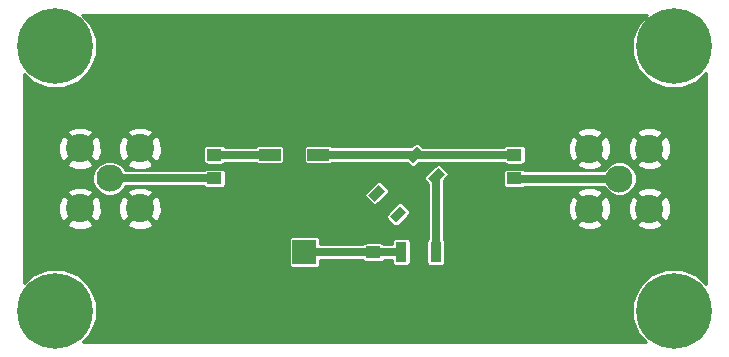
<source format=gbr>
G04 Kicad Test File*
%FSLAX46Y46*%
%MOMM*%
%ADD10C,0.350000*%
%ADD11R,2.032000X2.032000*%
%ADD12O,2.032000X2.032000*%
%ADD13C,0.600000*%
%ADD14C,6.400000*%
%ADD15C,2.400000*%
%ADD16C,2.300000*%
%ADD17R,1.250000X1.000000*%
%ADD18R,0.900000X1.700000*%
%ADD19R,1.828800X1.016000*%
%ADD20R,1.016000X1.828800*%
%ADD21C,0.714000*%
%ADD22C,0.254000*%
%ADD23C,0.300000*%
G01*
D10*
D11*
X114920000Y-111223000D03*
D12*
X114920000Y-113763000D03*
D13*
X140000000Y-115000000D03*
X135000000Y-115000000D03*
X130000000Y-115000000D03*
X125000000Y-115000000D03*
X120000000Y-115000000D03*
X110000000Y-115000000D03*
X105000000Y-115000000D03*
X100000000Y-115000000D03*
X145000000Y-110000000D03*
X140000000Y-110000000D03*
X135000000Y-110000000D03*
X130000000Y-110000000D03*
X125000000Y-110000000D03*
X120000000Y-110000000D03*
X110000000Y-110000000D03*
X105000000Y-110000000D03*
X100000000Y-110000000D03*
X95000000Y-110000000D03*
X130000000Y-105000000D03*
X120000000Y-105000000D03*
X110000000Y-105000000D03*
X145000000Y-100000000D03*
X140000000Y-100000000D03*
X135000000Y-100000000D03*
X130000000Y-100000000D03*
X125000000Y-100000000D03*
X120000000Y-100000000D03*
X110000000Y-100000000D03*
X105000000Y-100000000D03*
X100000000Y-100000000D03*
X95000000Y-100000000D03*
X140000000Y-95000000D03*
X135000000Y-95000000D03*
X130000000Y-95000000D03*
X125000000Y-95000000D03*
X120000000Y-95000000D03*
X115000000Y-95000000D03*
X110000000Y-95000000D03*
X105000000Y-95000000D03*
X100000000Y-95000000D03*
X135240000Y-105889000D03*
X137399000Y-105889000D03*
X137399000Y-104111000D03*
X135240000Y-104111000D03*
X127620000Y-103857000D03*
X130160000Y-103857000D03*
X132700000Y-106016000D03*
X132700000Y-101952000D03*
X130160000Y-102079000D03*
X127620000Y-102079000D03*
X125080000Y-102079000D03*
X125080000Y-103857000D03*
X122540000Y-103857000D03*
X120000000Y-103857000D03*
X122540000Y-102079000D03*
X120000000Y-102079000D03*
X117460000Y-103857000D03*
X117460000Y-102079000D03*
X109840000Y-103857000D03*
X109840000Y-102079000D03*
X108316000Y-103984000D03*
X107300000Y-101825000D03*
X106284000Y-103984000D03*
X107300000Y-106016000D03*
X104760000Y-105889000D03*
X104760000Y-104111000D03*
X112634000Y-106524000D03*
X112634000Y-105000000D03*
X115428000Y-105000000D03*
X115428000Y-106524000D03*
X114031000Y-106524000D03*
X115428000Y-99412000D03*
X115428000Y-100936000D03*
X112634000Y-100936000D03*
X112634000Y-99412000D03*
X114031000Y-99412000D03*
X102220000Y-104111000D03*
X102220000Y-105889000D03*
D14*
X93810000Y-93810000D03*
X93810000Y-116190000D03*
X146190000Y-116190000D03*
X146190000Y-93810000D03*
D15*
X139050000Y-102460000D03*
X144130000Y-102460000D03*
X139050000Y-107540000D03*
X144130000Y-107540000D03*
D16*
X141590000Y-105000000D03*
D15*
X95898000Y-102446000D03*
X100978000Y-102446000D03*
X95898000Y-107526000D03*
X100978000Y-107526000D03*
D16*
X98438000Y-104986000D03*
D17*
X107300000Y-102984000D03*
X107300000Y-104984000D03*
X132700000Y-104984000D03*
X132700000Y-102984000D03*
X120762000Y-111239000D03*
X120762000Y-113239000D03*
D10*
G36*
X123556000Y-103173133D02*
X124454025Y-102275108D01*
X124992840Y-102813923D01*
X124094815Y-103711948D01*
X123556000Y-103173133D01*
X123556000Y-103173133D01*
G37*
G36*
X120323108Y-106406025D02*
X121221133Y-105508000D01*
X121759948Y-106046815D01*
X120861923Y-106944840D01*
X120323108Y-106406025D01*
X120323108Y-106406025D01*
G37*
G36*
X125352052Y-104969185D02*
X126250077Y-104071160D01*
X126788892Y-104609975D01*
X125890867Y-105508000D01*
X125352052Y-104969185D01*
X125352052Y-104969185D01*
G37*
G36*
X122119160Y-108202077D02*
X123017185Y-107304052D01*
X123556000Y-107842867D01*
X122657975Y-108740892D01*
X122119160Y-108202077D01*
X122119160Y-108202077D01*
G37*
D18*
X123122000Y-111223000D03*
X126022000Y-111223000D03*
D19*
X111960900Y-102968000D03*
D20*
X114031000Y-105038100D03*
D19*
X116101100Y-102968000D03*
D20*
X114031000Y-100897900D03*
D21*
X107300000Y-102984000D02*
X111944900Y-102984000D01*
X111944900Y-102984000D02*
X111960900Y-102968000D01*
X98438000Y-104986000D02*
X107298000Y-104986000D01*
X107298000Y-104986000D02*
X107300000Y-104984000D01*
X141590000Y-105000000D02*
X132716000Y-105000000D01*
X132716000Y-105000000D02*
X132700000Y-104984000D01*
X132700000Y-102984000D02*
X124283948Y-102984000D01*
X124283948Y-102984000D02*
X124274420Y-102993528D01*
X116101100Y-102968000D02*
X124248892Y-102968000D01*
X124248892Y-102968000D02*
X124274420Y-102993528D01*
X123122000Y-111223000D02*
X120778000Y-111223000D01*
X120778000Y-111223000D02*
X120762000Y-111239000D01*
X114920000Y-111223000D02*
X120746000Y-111223000D01*
X120746000Y-111223000D02*
X120762000Y-111239000D01*
X126022000Y-111223000D02*
X126022000Y-104838052D01*
X126022000Y-104838052D02*
X126070472Y-104789580D01*
D22*
G36*
X143201698Y-91809506D02*
X142663614Y-93105358D01*
X142662389Y-94508486D01*
X143198211Y-95805275D01*
X144189506Y-96798302D01*
X145485358Y-97336386D01*
X146888486Y-97337611D01*
X148185275Y-96801789D01*
X148901000Y-96087312D01*
X148901000Y-113913445D01*
X148190494Y-113201698D01*
X146894642Y-112663614D01*
X145491514Y-112662389D01*
X144194725Y-113198211D01*
X143201698Y-114189506D01*
X142663614Y-115485358D01*
X142662389Y-116888486D01*
X143198211Y-118185275D01*
X143870761Y-118859000D01*
X96128628Y-118859000D01*
X96798302Y-118190494D01*
X97336386Y-116894642D01*
X97337611Y-115491514D01*
X96801789Y-114194725D01*
X95810494Y-113201698D01*
X94514642Y-112663614D01*
X93111514Y-112662389D01*
X91814725Y-113198211D01*
X91155000Y-113856785D01*
X91155000Y-110207000D01*
X113570594Y-110207000D01*
X113570594Y-112239000D01*
X113593395Y-112360179D01*
X113665012Y-112471474D01*
X113774286Y-112546138D01*
X113904000Y-112572406D01*
X115936000Y-112572406D01*
X116057179Y-112549605D01*
X116168474Y-112477988D01*
X116243138Y-112368714D01*
X116269406Y-112239000D01*
X116269406Y-111907000D01*
X119856524Y-111907000D01*
X119898012Y-111971474D01*
X120007286Y-112046138D01*
X120137000Y-112072406D01*
X121387000Y-112072406D01*
X121508179Y-112049605D01*
X121619474Y-111977988D01*
X121667978Y-111907000D01*
X122338594Y-111907000D01*
X122338594Y-112073000D01*
X122361395Y-112194179D01*
X122433012Y-112305474D01*
X122542286Y-112380138D01*
X122672000Y-112406406D01*
X123572000Y-112406406D01*
X123693179Y-112383605D01*
X123804474Y-112311988D01*
X123879138Y-112202714D01*
X123905406Y-112073000D01*
X123905406Y-110373000D01*
X123882605Y-110251821D01*
X123810988Y-110140526D01*
X123701714Y-110065862D01*
X123572000Y-110039594D01*
X122672000Y-110039594D01*
X122550821Y-110062395D01*
X122439526Y-110134012D01*
X122364862Y-110243286D01*
X122338594Y-110373000D01*
X122338594Y-110539000D01*
X121646885Y-110539000D01*
X121625988Y-110506526D01*
X121516714Y-110431862D01*
X121387000Y-110405594D01*
X120137000Y-110405594D01*
X120015821Y-110428395D01*
X119904526Y-110500012D01*
X119877887Y-110539000D01*
X116269406Y-110539000D01*
X116269406Y-110207000D01*
X116246605Y-110085821D01*
X116174988Y-109974526D01*
X116065714Y-109899862D01*
X115936000Y-109873594D01*
X113904000Y-109873594D01*
X113782821Y-109896395D01*
X113671526Y-109968012D01*
X113596862Y-110077286D01*
X113570594Y-110207000D01*
X91155000Y-110207000D01*
X91155000Y-108823175D01*
X94780430Y-108823175D01*
X94903565Y-109110788D01*
X95585734Y-109370707D01*
X96315443Y-109349786D01*
X96892435Y-109110788D01*
X97015570Y-108823175D01*
X99860430Y-108823175D01*
X99983565Y-109110788D01*
X100665734Y-109370707D01*
X101395443Y-109349786D01*
X101972435Y-109110788D01*
X102095570Y-108823175D01*
X100978000Y-107705605D01*
X99860430Y-108823175D01*
X97015570Y-108823175D01*
X95898000Y-107705605D01*
X94780430Y-108823175D01*
X91155000Y-108823175D01*
X91155000Y-107213734D01*
X94053293Y-107213734D01*
X94074214Y-107943443D01*
X94313212Y-108520435D01*
X94600825Y-108643570D01*
X95718395Y-107526000D01*
X96077605Y-107526000D01*
X97195175Y-108643570D01*
X97482788Y-108520435D01*
X97742707Y-107838266D01*
X97724802Y-107213734D01*
X99133293Y-107213734D01*
X99154214Y-107943443D01*
X99393212Y-108520435D01*
X99680825Y-108643570D01*
X100798395Y-107526000D01*
X101157605Y-107526000D01*
X102275175Y-108643570D01*
X102562788Y-108520435D01*
X102685843Y-108197471D01*
X121785786Y-108197471D01*
X121810259Y-108327535D01*
X121883406Y-108437831D01*
X122422221Y-108976646D01*
X122524031Y-109046209D01*
X122653369Y-109074266D01*
X122783433Y-109049793D01*
X122893729Y-108976646D01*
X123791754Y-108078621D01*
X123861317Y-107976811D01*
X123889374Y-107847473D01*
X123864901Y-107717409D01*
X123791754Y-107607113D01*
X123252939Y-107068298D01*
X123151129Y-106998735D01*
X123021791Y-106970678D01*
X122891727Y-106995151D01*
X122781431Y-107068298D01*
X121883406Y-107966323D01*
X121813843Y-108068133D01*
X121785786Y-108197471D01*
X102685843Y-108197471D01*
X102822707Y-107838266D01*
X102801786Y-107108557D01*
X102562788Y-106531565D01*
X102275175Y-106408430D01*
X101157605Y-107526000D01*
X100798395Y-107526000D01*
X99680825Y-106408430D01*
X99393212Y-106531565D01*
X99133293Y-107213734D01*
X97724802Y-107213734D01*
X97721786Y-107108557D01*
X97482788Y-106531565D01*
X97195175Y-106408430D01*
X96077605Y-107526000D01*
X95718395Y-107526000D01*
X94600825Y-106408430D01*
X94313212Y-106531565D01*
X94053293Y-107213734D01*
X91155000Y-107213734D01*
X91155000Y-106228825D01*
X94780430Y-106228825D01*
X95898000Y-107346395D01*
X97015570Y-106228825D01*
X96892435Y-105941212D01*
X96210266Y-105681293D01*
X95480557Y-105702214D01*
X94903565Y-105941212D01*
X94780430Y-106228825D01*
X91155000Y-106228825D01*
X91155000Y-105278505D01*
X96960744Y-105278505D01*
X97185130Y-105821560D01*
X97600254Y-106237409D01*
X98142918Y-106462743D01*
X98730505Y-106463256D01*
X99273560Y-106238870D01*
X99283622Y-106228825D01*
X99860430Y-106228825D01*
X100978000Y-107346395D01*
X101922976Y-106401419D01*
X119989734Y-106401419D01*
X120014207Y-106531483D01*
X120087354Y-106641779D01*
X120626169Y-107180594D01*
X120727979Y-107250157D01*
X120857317Y-107278214D01*
X120987381Y-107253741D01*
X121097677Y-107180594D01*
X121995702Y-106282569D01*
X122065265Y-106180759D01*
X122093322Y-106051421D01*
X122068849Y-105921357D01*
X121995702Y-105811061D01*
X121456887Y-105272246D01*
X121355077Y-105202683D01*
X121225739Y-105174626D01*
X121095675Y-105199099D01*
X120985379Y-105272246D01*
X120087354Y-106170271D01*
X120017791Y-106272081D01*
X119989734Y-106401419D01*
X101922976Y-106401419D01*
X102095570Y-106228825D01*
X101972435Y-105941212D01*
X101290266Y-105681293D01*
X100560557Y-105702214D01*
X99983565Y-105941212D01*
X99860430Y-106228825D01*
X99283622Y-106228825D01*
X99689409Y-105823746D01*
X99753250Y-105670000D01*
X106406107Y-105670000D01*
X106436012Y-105716474D01*
X106545286Y-105791138D01*
X106675000Y-105817406D01*
X107925000Y-105817406D01*
X108046179Y-105794605D01*
X108157474Y-105722988D01*
X108232138Y-105613714D01*
X108258406Y-105484000D01*
X108258406Y-104964579D01*
X125018678Y-104964579D01*
X125043151Y-105094643D01*
X125116298Y-105204939D01*
X125338000Y-105426641D01*
X125338000Y-110136245D01*
X125264862Y-110243286D01*
X125238594Y-110373000D01*
X125238594Y-112073000D01*
X125261395Y-112194179D01*
X125333012Y-112305474D01*
X125442286Y-112380138D01*
X125572000Y-112406406D01*
X126472000Y-112406406D01*
X126593179Y-112383605D01*
X126704474Y-112311988D01*
X126779138Y-112202714D01*
X126805406Y-112073000D01*
X126805406Y-110373000D01*
X126782605Y-110251821D01*
X126710988Y-110140526D01*
X126706000Y-110137118D01*
X126706000Y-108837175D01*
X137932430Y-108837175D01*
X138055565Y-109124788D01*
X138737734Y-109384707D01*
X139467443Y-109363786D01*
X140044435Y-109124788D01*
X140167570Y-108837175D01*
X143012430Y-108837175D01*
X143135565Y-109124788D01*
X143817734Y-109384707D01*
X144547443Y-109363786D01*
X145124435Y-109124788D01*
X145247570Y-108837175D01*
X144130000Y-107719605D01*
X143012430Y-108837175D01*
X140167570Y-108837175D01*
X139050000Y-107719605D01*
X137932430Y-108837175D01*
X126706000Y-108837175D01*
X126706000Y-107227734D01*
X137205293Y-107227734D01*
X137226214Y-107957443D01*
X137465212Y-108534435D01*
X137752825Y-108657570D01*
X138870395Y-107540000D01*
X139229605Y-107540000D01*
X140347175Y-108657570D01*
X140634788Y-108534435D01*
X140894707Y-107852266D01*
X140876802Y-107227734D01*
X142285293Y-107227734D01*
X142306214Y-107957443D01*
X142545212Y-108534435D01*
X142832825Y-108657570D01*
X143950395Y-107540000D01*
X144309605Y-107540000D01*
X145427175Y-108657570D01*
X145714788Y-108534435D01*
X145974707Y-107852266D01*
X145953786Y-107122557D01*
X145714788Y-106545565D01*
X145427175Y-106422430D01*
X144309605Y-107540000D01*
X143950395Y-107540000D01*
X142832825Y-106422430D01*
X142545212Y-106545565D01*
X142285293Y-107227734D01*
X140876802Y-107227734D01*
X140873786Y-107122557D01*
X140634788Y-106545565D01*
X140347175Y-106422430D01*
X139229605Y-107540000D01*
X138870395Y-107540000D01*
X137752825Y-106422430D01*
X137465212Y-106545565D01*
X137205293Y-107227734D01*
X126706000Y-107227734D01*
X126706000Y-106242825D01*
X137932430Y-106242825D01*
X139050000Y-107360395D01*
X140167570Y-106242825D01*
X140044435Y-105955212D01*
X139362266Y-105695293D01*
X138632557Y-105716214D01*
X138055565Y-105955212D01*
X137932430Y-106242825D01*
X126706000Y-106242825D01*
X126706000Y-105164375D01*
X127024646Y-104845729D01*
X127094209Y-104743919D01*
X127122266Y-104614581D01*
X127097793Y-104484517D01*
X127097451Y-104484000D01*
X131741594Y-104484000D01*
X131741594Y-105484000D01*
X131764395Y-105605179D01*
X131836012Y-105716474D01*
X131945286Y-105791138D01*
X132075000Y-105817406D01*
X133325000Y-105817406D01*
X133446179Y-105794605D01*
X133557474Y-105722988D01*
X133584113Y-105684000D01*
X140274507Y-105684000D01*
X140337130Y-105835560D01*
X140752254Y-106251409D01*
X141294918Y-106476743D01*
X141882505Y-106477256D01*
X142425560Y-106252870D01*
X142435622Y-106242825D01*
X143012430Y-106242825D01*
X144130000Y-107360395D01*
X145247570Y-106242825D01*
X145124435Y-105955212D01*
X144442266Y-105695293D01*
X143712557Y-105716214D01*
X143135565Y-105955212D01*
X143012430Y-106242825D01*
X142435622Y-106242825D01*
X142841409Y-105837746D01*
X143066743Y-105295082D01*
X143067256Y-104707495D01*
X142842870Y-104164440D01*
X142436316Y-103757175D01*
X143012430Y-103757175D01*
X143135565Y-104044788D01*
X143817734Y-104304707D01*
X144547443Y-104283786D01*
X145124435Y-104044788D01*
X145247570Y-103757175D01*
X144130000Y-102639605D01*
X143012430Y-103757175D01*
X142436316Y-103757175D01*
X142427746Y-103748591D01*
X141885082Y-103523257D01*
X141297495Y-103522744D01*
X140754440Y-103747130D01*
X140338591Y-104162254D01*
X140274750Y-104316000D01*
X133605476Y-104316000D01*
X133563988Y-104251526D01*
X133454714Y-104176862D01*
X133325000Y-104150594D01*
X132075000Y-104150594D01*
X131953821Y-104173395D01*
X131842526Y-104245012D01*
X131767862Y-104354286D01*
X131741594Y-104484000D01*
X127097451Y-104484000D01*
X127024646Y-104374221D01*
X126485831Y-103835406D01*
X126384021Y-103765843D01*
X126254683Y-103737786D01*
X126124619Y-103762259D01*
X126014323Y-103835406D01*
X125116298Y-104733431D01*
X125046735Y-104835241D01*
X125018678Y-104964579D01*
X108258406Y-104964579D01*
X108258406Y-104484000D01*
X108235605Y-104362821D01*
X108163988Y-104251526D01*
X108054714Y-104176862D01*
X107925000Y-104150594D01*
X106675000Y-104150594D01*
X106553821Y-104173395D01*
X106442526Y-104245012D01*
X106403588Y-104302000D01*
X99753493Y-104302000D01*
X99690870Y-104150440D01*
X99284316Y-103743175D01*
X99860430Y-103743175D01*
X99983565Y-104030788D01*
X100665734Y-104290707D01*
X101395443Y-104269786D01*
X101972435Y-104030788D01*
X102095570Y-103743175D01*
X100978000Y-102625605D01*
X99860430Y-103743175D01*
X99284316Y-103743175D01*
X99275746Y-103734591D01*
X98733082Y-103509257D01*
X98145495Y-103508744D01*
X97602440Y-103733130D01*
X97186591Y-104148254D01*
X96961257Y-104690918D01*
X96960744Y-105278505D01*
X91155000Y-105278505D01*
X91155000Y-103743175D01*
X94780430Y-103743175D01*
X94903565Y-104030788D01*
X95585734Y-104290707D01*
X96315443Y-104269786D01*
X96892435Y-104030788D01*
X97015570Y-103743175D01*
X95898000Y-102625605D01*
X94780430Y-103743175D01*
X91155000Y-103743175D01*
X91155000Y-102133734D01*
X94053293Y-102133734D01*
X94074214Y-102863443D01*
X94313212Y-103440435D01*
X94600825Y-103563570D01*
X95718395Y-102446000D01*
X96077605Y-102446000D01*
X97195175Y-103563570D01*
X97482788Y-103440435D01*
X97742707Y-102758266D01*
X97724802Y-102133734D01*
X99133293Y-102133734D01*
X99154214Y-102863443D01*
X99393212Y-103440435D01*
X99680825Y-103563570D01*
X100798395Y-102446000D01*
X101157605Y-102446000D01*
X102275175Y-103563570D01*
X102562788Y-103440435D01*
X102822707Y-102758266D01*
X102814844Y-102484000D01*
X106341594Y-102484000D01*
X106341594Y-103484000D01*
X106364395Y-103605179D01*
X106436012Y-103716474D01*
X106545286Y-103791138D01*
X106675000Y-103817406D01*
X107925000Y-103817406D01*
X108046179Y-103794605D01*
X108157474Y-103722988D01*
X108195046Y-103668000D01*
X110781467Y-103668000D01*
X110807512Y-103708474D01*
X110916786Y-103783138D01*
X111046500Y-103809406D01*
X112875300Y-103809406D01*
X112996479Y-103786605D01*
X113107774Y-103714988D01*
X113182438Y-103605714D01*
X113208706Y-103476000D01*
X113208706Y-102460000D01*
X114853294Y-102460000D01*
X114853294Y-103476000D01*
X114876095Y-103597179D01*
X114947712Y-103708474D01*
X115056986Y-103783138D01*
X115186700Y-103809406D01*
X117015500Y-103809406D01*
X117136679Y-103786605D01*
X117247974Y-103714988D01*
X117291012Y-103652000D01*
X123563359Y-103652000D01*
X123859061Y-103947702D01*
X123960871Y-104017265D01*
X124090209Y-104045322D01*
X124220273Y-104020849D01*
X124330569Y-103947702D01*
X124610271Y-103668000D01*
X131804820Y-103668000D01*
X131836012Y-103716474D01*
X131945286Y-103791138D01*
X132075000Y-103817406D01*
X133325000Y-103817406D01*
X133446179Y-103794605D01*
X133504346Y-103757175D01*
X137932430Y-103757175D01*
X138055565Y-104044788D01*
X138737734Y-104304707D01*
X139467443Y-104283786D01*
X140044435Y-104044788D01*
X140167570Y-103757175D01*
X139050000Y-102639605D01*
X137932430Y-103757175D01*
X133504346Y-103757175D01*
X133557474Y-103722988D01*
X133632138Y-103613714D01*
X133658406Y-103484000D01*
X133658406Y-102484000D01*
X133635605Y-102362821D01*
X133563988Y-102251526D01*
X133454714Y-102176862D01*
X133325000Y-102150594D01*
X132075000Y-102150594D01*
X131953821Y-102173395D01*
X131842526Y-102245012D01*
X131804954Y-102300000D01*
X124950425Y-102300000D01*
X124798159Y-102147734D01*
X137205293Y-102147734D01*
X137226214Y-102877443D01*
X137465212Y-103454435D01*
X137752825Y-103577570D01*
X138870395Y-102460000D01*
X139229605Y-102460000D01*
X140347175Y-103577570D01*
X140634788Y-103454435D01*
X140894707Y-102772266D01*
X140876802Y-102147734D01*
X142285293Y-102147734D01*
X142306214Y-102877443D01*
X142545212Y-103454435D01*
X142832825Y-103577570D01*
X143950395Y-102460000D01*
X144309605Y-102460000D01*
X145427175Y-103577570D01*
X145714788Y-103454435D01*
X145974707Y-102772266D01*
X145953786Y-102042557D01*
X145714788Y-101465565D01*
X145427175Y-101342430D01*
X144309605Y-102460000D01*
X143950395Y-102460000D01*
X142832825Y-101342430D01*
X142545212Y-101465565D01*
X142285293Y-102147734D01*
X140876802Y-102147734D01*
X140873786Y-102042557D01*
X140634788Y-101465565D01*
X140347175Y-101342430D01*
X139229605Y-102460000D01*
X138870395Y-102460000D01*
X137752825Y-101342430D01*
X137465212Y-101465565D01*
X137205293Y-102147734D01*
X124798159Y-102147734D01*
X124689779Y-102039354D01*
X124587969Y-101969791D01*
X124458631Y-101941734D01*
X124328567Y-101966207D01*
X124218271Y-102039354D01*
X123973625Y-102284000D01*
X117290828Y-102284000D01*
X117254488Y-102227526D01*
X117145214Y-102152862D01*
X117015500Y-102126594D01*
X115186700Y-102126594D01*
X115065521Y-102149395D01*
X114954226Y-102221012D01*
X114879562Y-102330286D01*
X114853294Y-102460000D01*
X113208706Y-102460000D01*
X113185905Y-102338821D01*
X113114288Y-102227526D01*
X113005014Y-102152862D01*
X112875300Y-102126594D01*
X111046500Y-102126594D01*
X110925321Y-102149395D01*
X110814026Y-102221012D01*
X110760056Y-102300000D01*
X108195180Y-102300000D01*
X108163988Y-102251526D01*
X108054714Y-102176862D01*
X107925000Y-102150594D01*
X106675000Y-102150594D01*
X106553821Y-102173395D01*
X106442526Y-102245012D01*
X106367862Y-102354286D01*
X106341594Y-102484000D01*
X102814844Y-102484000D01*
X102801786Y-102028557D01*
X102562788Y-101451565D01*
X102275175Y-101328430D01*
X101157605Y-102446000D01*
X100798395Y-102446000D01*
X99680825Y-101328430D01*
X99393212Y-101451565D01*
X99133293Y-102133734D01*
X97724802Y-102133734D01*
X97721786Y-102028557D01*
X97482788Y-101451565D01*
X97195175Y-101328430D01*
X96077605Y-102446000D01*
X95718395Y-102446000D01*
X94600825Y-101328430D01*
X94313212Y-101451565D01*
X94053293Y-102133734D01*
X91155000Y-102133734D01*
X91155000Y-101148825D01*
X94780430Y-101148825D01*
X95898000Y-102266395D01*
X97015570Y-101148825D01*
X99860430Y-101148825D01*
X100978000Y-102266395D01*
X102081570Y-101162825D01*
X137932430Y-101162825D01*
X139050000Y-102280395D01*
X140167570Y-101162825D01*
X143012430Y-101162825D01*
X144130000Y-102280395D01*
X145247570Y-101162825D01*
X145124435Y-100875212D01*
X144442266Y-100615293D01*
X143712557Y-100636214D01*
X143135565Y-100875212D01*
X143012430Y-101162825D01*
X140167570Y-101162825D01*
X140044435Y-100875212D01*
X139362266Y-100615293D01*
X138632557Y-100636214D01*
X138055565Y-100875212D01*
X137932430Y-101162825D01*
X102081570Y-101162825D01*
X102095570Y-101148825D01*
X101972435Y-100861212D01*
X101290266Y-100601293D01*
X100560557Y-100622214D01*
X99983565Y-100861212D01*
X99860430Y-101148825D01*
X97015570Y-101148825D01*
X96892435Y-100861212D01*
X96210266Y-100601293D01*
X95480557Y-100622214D01*
X94903565Y-100861212D01*
X94780430Y-101148825D01*
X91155000Y-101148825D01*
X91155000Y-96142652D01*
X91809506Y-96798302D01*
X93105358Y-97336386D01*
X94508486Y-97337611D01*
X95805275Y-96801789D01*
X96798302Y-95810494D01*
X97336386Y-94514642D01*
X97337611Y-93111514D01*
X96801789Y-91814725D01*
X96101288Y-91113000D01*
X143899421Y-91113000D01*
X143201698Y-91809506D01*
X143201698Y-91809506D01*
G37*
X143201698Y-91809506D02*
X142663614Y-93105358D01*
X142662389Y-94508486D01*
X143198211Y-95805275D01*
X144189506Y-96798302D01*
X145485358Y-97336386D01*
X146888486Y-97337611D01*
X148185275Y-96801789D01*
X148901000Y-96087312D01*
X148901000Y-113913445D01*
X148190494Y-113201698D01*
X146894642Y-112663614D01*
X145491514Y-112662389D01*
X144194725Y-113198211D01*
X143201698Y-114189506D01*
X142663614Y-115485358D01*
X142662389Y-116888486D01*
X143198211Y-118185275D01*
X143870761Y-118859000D01*
X96128628Y-118859000D01*
X96798302Y-118190494D01*
X97336386Y-116894642D01*
X97337611Y-115491514D01*
X96801789Y-114194725D01*
X95810494Y-113201698D01*
X94514642Y-112663614D01*
X93111514Y-112662389D01*
X91814725Y-113198211D01*
X91155000Y-113856785D01*
X91155000Y-110207000D01*
X113570594Y-110207000D01*
X113570594Y-112239000D01*
X113593395Y-112360179D01*
X113665012Y-112471474D01*
X113774286Y-112546138D01*
X113904000Y-112572406D01*
X115936000Y-112572406D01*
X116057179Y-112549605D01*
X116168474Y-112477988D01*
X116243138Y-112368714D01*
X116269406Y-112239000D01*
X116269406Y-111907000D01*
X119856524Y-111907000D01*
X119898012Y-111971474D01*
X120007286Y-112046138D01*
X120137000Y-112072406D01*
X121387000Y-112072406D01*
X121508179Y-112049605D01*
X121619474Y-111977988D01*
X121667978Y-111907000D01*
X122338594Y-111907000D01*
X122338594Y-112073000D01*
X122361395Y-112194179D01*
X122433012Y-112305474D01*
X122542286Y-112380138D01*
X122672000Y-112406406D01*
X123572000Y-112406406D01*
X123693179Y-112383605D01*
X123804474Y-112311988D01*
X123879138Y-112202714D01*
X123905406Y-112073000D01*
X123905406Y-110373000D01*
X123882605Y-110251821D01*
X123810988Y-110140526D01*
X123701714Y-110065862D01*
X123572000Y-110039594D01*
X122672000Y-110039594D01*
X122550821Y-110062395D01*
X122439526Y-110134012D01*
X122364862Y-110243286D01*
X122338594Y-110373000D01*
X122338594Y-110539000D01*
X121646885Y-110539000D01*
X121625988Y-110506526D01*
X121516714Y-110431862D01*
X121387000Y-110405594D01*
X120137000Y-110405594D01*
X120015821Y-110428395D01*
X119904526Y-110500012D01*
X119877887Y-110539000D01*
X116269406Y-110539000D01*
X116269406Y-110207000D01*
X116246605Y-110085821D01*
X116174988Y-109974526D01*
X116065714Y-109899862D01*
X115936000Y-109873594D01*
X113904000Y-109873594D01*
X113782821Y-109896395D01*
X113671526Y-109968012D01*
X113596862Y-110077286D01*
X113570594Y-110207000D01*
X91155000Y-110207000D01*
X91155000Y-108823175D01*
X94780430Y-108823175D01*
X94903565Y-109110788D01*
X95585734Y-109370707D01*
X96315443Y-109349786D01*
X96892435Y-109110788D01*
X97015570Y-108823175D01*
X99860430Y-108823175D01*
X99983565Y-109110788D01*
X100665734Y-109370707D01*
X101395443Y-109349786D01*
X101972435Y-109110788D01*
X102095570Y-108823175D01*
X100978000Y-107705605D01*
X99860430Y-108823175D01*
X97015570Y-108823175D01*
X95898000Y-107705605D01*
X94780430Y-108823175D01*
X91155000Y-108823175D01*
X91155000Y-107213734D01*
X94053293Y-107213734D01*
X94074214Y-107943443D01*
X94313212Y-108520435D01*
X94600825Y-108643570D01*
X95718395Y-107526000D01*
X96077605Y-107526000D01*
X97195175Y-108643570D01*
X97482788Y-108520435D01*
X97742707Y-107838266D01*
X97724802Y-107213734D01*
X99133293Y-107213734D01*
X99154214Y-107943443D01*
X99393212Y-108520435D01*
X99680825Y-108643570D01*
X100798395Y-107526000D01*
X101157605Y-107526000D01*
X102275175Y-108643570D01*
X102562788Y-108520435D01*
X102685843Y-108197471D01*
X121785786Y-108197471D01*
X121810259Y-108327535D01*
X121883406Y-108437831D01*
X122422221Y-108976646D01*
X122524031Y-109046209D01*
X122653369Y-109074266D01*
X122783433Y-109049793D01*
X122893729Y-108976646D01*
X123791754Y-108078621D01*
X123861317Y-107976811D01*
X123889374Y-107847473D01*
X123864901Y-107717409D01*
X123791754Y-107607113D01*
X123252939Y-107068298D01*
X123151129Y-106998735D01*
X123021791Y-106970678D01*
X122891727Y-106995151D01*
X122781431Y-107068298D01*
X121883406Y-107966323D01*
X121813843Y-108068133D01*
X121785786Y-108197471D01*
X102685843Y-108197471D01*
X102822707Y-107838266D01*
X102801786Y-107108557D01*
X102562788Y-106531565D01*
X102275175Y-106408430D01*
X101157605Y-107526000D01*
X100798395Y-107526000D01*
X99680825Y-106408430D01*
X99393212Y-106531565D01*
X99133293Y-107213734D01*
X97724802Y-107213734D01*
X97721786Y-107108557D01*
X97482788Y-106531565D01*
X97195175Y-106408430D01*
X96077605Y-107526000D01*
X95718395Y-107526000D01*
X94600825Y-106408430D01*
X94313212Y-106531565D01*
X94053293Y-107213734D01*
X91155000Y-107213734D01*
X91155000Y-106228825D01*
X94780430Y-106228825D01*
X95898000Y-107346395D01*
X97015570Y-106228825D01*
X96892435Y-105941212D01*
X96210266Y-105681293D01*
X95480557Y-105702214D01*
X94903565Y-105941212D01*
X94780430Y-106228825D01*
X91155000Y-106228825D01*
X91155000Y-105278505D01*
X96960744Y-105278505D01*
X97185130Y-105821560D01*
X97600254Y-106237409D01*
X98142918Y-106462743D01*
X98730505Y-106463256D01*
X99273560Y-106238870D01*
X99283622Y-106228825D01*
X99860430Y-106228825D01*
X100978000Y-107346395D01*
X101922976Y-106401419D01*
X119989734Y-106401419D01*
X120014207Y-106531483D01*
X120087354Y-106641779D01*
X120626169Y-107180594D01*
X120727979Y-107250157D01*
X120857317Y-107278214D01*
X120987381Y-107253741D01*
X121097677Y-107180594D01*
X121995702Y-106282569D01*
X122065265Y-106180759D01*
X122093322Y-106051421D01*
X122068849Y-105921357D01*
X121995702Y-105811061D01*
X121456887Y-105272246D01*
X121355077Y-105202683D01*
X121225739Y-105174626D01*
X121095675Y-105199099D01*
X120985379Y-105272246D01*
X120087354Y-106170271D01*
X120017791Y-106272081D01*
X119989734Y-106401419D01*
X101922976Y-106401419D01*
X102095570Y-106228825D01*
X101972435Y-105941212D01*
X101290266Y-105681293D01*
X100560557Y-105702214D01*
X99983565Y-105941212D01*
X99860430Y-106228825D01*
X99283622Y-106228825D01*
X99689409Y-105823746D01*
X99753250Y-105670000D01*
X106406107Y-105670000D01*
X106436012Y-105716474D01*
X106545286Y-105791138D01*
X106675000Y-105817406D01*
X107925000Y-105817406D01*
X108046179Y-105794605D01*
X108157474Y-105722988D01*
X108232138Y-105613714D01*
X108258406Y-105484000D01*
X108258406Y-104964579D01*
X125018678Y-104964579D01*
X125043151Y-105094643D01*
X125116298Y-105204939D01*
X125338000Y-105426641D01*
X125338000Y-110136245D01*
X125264862Y-110243286D01*
X125238594Y-110373000D01*
X125238594Y-112073000D01*
X125261395Y-112194179D01*
X125333012Y-112305474D01*
X125442286Y-112380138D01*
X125572000Y-112406406D01*
X126472000Y-112406406D01*
X126593179Y-112383605D01*
X126704474Y-112311988D01*
X126779138Y-112202714D01*
X126805406Y-112073000D01*
X126805406Y-110373000D01*
X126782605Y-110251821D01*
X126710988Y-110140526D01*
X126706000Y-110137118D01*
X126706000Y-108837175D01*
X137932430Y-108837175D01*
X138055565Y-109124788D01*
X138737734Y-109384707D01*
X139467443Y-109363786D01*
X140044435Y-109124788D01*
X140167570Y-108837175D01*
X143012430Y-108837175D01*
X143135565Y-109124788D01*
X143817734Y-109384707D01*
X144547443Y-109363786D01*
X145124435Y-109124788D01*
X145247570Y-108837175D01*
X144130000Y-107719605D01*
X143012430Y-108837175D01*
X140167570Y-108837175D01*
X139050000Y-107719605D01*
X137932430Y-108837175D01*
X126706000Y-108837175D01*
X126706000Y-107227734D01*
X137205293Y-107227734D01*
X137226214Y-107957443D01*
X137465212Y-108534435D01*
X137752825Y-108657570D01*
X138870395Y-107540000D01*
X139229605Y-107540000D01*
X140347175Y-108657570D01*
X140634788Y-108534435D01*
X140894707Y-107852266D01*
X140876802Y-107227734D01*
X142285293Y-107227734D01*
X142306214Y-107957443D01*
X142545212Y-108534435D01*
X142832825Y-108657570D01*
X143950395Y-107540000D01*
X144309605Y-107540000D01*
X145427175Y-108657570D01*
X145714788Y-108534435D01*
X145974707Y-107852266D01*
X145953786Y-107122557D01*
X145714788Y-106545565D01*
X145427175Y-106422430D01*
X144309605Y-107540000D01*
X143950395Y-107540000D01*
X142832825Y-106422430D01*
X142545212Y-106545565D01*
X142285293Y-107227734D01*
X140876802Y-107227734D01*
X140873786Y-107122557D01*
X140634788Y-106545565D01*
X140347175Y-106422430D01*
X139229605Y-107540000D01*
X138870395Y-107540000D01*
X137752825Y-106422430D01*
X137465212Y-106545565D01*
X137205293Y-107227734D01*
X126706000Y-107227734D01*
X126706000Y-106242825D01*
X137932430Y-106242825D01*
X139050000Y-107360395D01*
X140167570Y-106242825D01*
X140044435Y-105955212D01*
X139362266Y-105695293D01*
X138632557Y-105716214D01*
X138055565Y-105955212D01*
X137932430Y-106242825D01*
X126706000Y-106242825D01*
X126706000Y-105164375D01*
X127024646Y-104845729D01*
X127094209Y-104743919D01*
X127122266Y-104614581D01*
X127097793Y-104484517D01*
X127097451Y-104484000D01*
X131741594Y-104484000D01*
X131741594Y-105484000D01*
X131764395Y-105605179D01*
X131836012Y-105716474D01*
X131945286Y-105791138D01*
X132075000Y-105817406D01*
X133325000Y-105817406D01*
X133446179Y-105794605D01*
X133557474Y-105722988D01*
X133584113Y-105684000D01*
X140274507Y-105684000D01*
X140337130Y-105835560D01*
X140752254Y-106251409D01*
X141294918Y-106476743D01*
X141882505Y-106477256D01*
X142425560Y-106252870D01*
X142435622Y-106242825D01*
X143012430Y-106242825D01*
X144130000Y-107360395D01*
X145247570Y-106242825D01*
X145124435Y-105955212D01*
X144442266Y-105695293D01*
X143712557Y-105716214D01*
X143135565Y-105955212D01*
X143012430Y-106242825D01*
X142435622Y-106242825D01*
X142841409Y-105837746D01*
X143066743Y-105295082D01*
X143067256Y-104707495D01*
X142842870Y-104164440D01*
X142436316Y-103757175D01*
X143012430Y-103757175D01*
X143135565Y-104044788D01*
X143817734Y-104304707D01*
X144547443Y-104283786D01*
X145124435Y-104044788D01*
X145247570Y-103757175D01*
X144130000Y-102639605D01*
X143012430Y-103757175D01*
X142436316Y-103757175D01*
X142427746Y-103748591D01*
X141885082Y-103523257D01*
X141297495Y-103522744D01*
X140754440Y-103747130D01*
X140338591Y-104162254D01*
X140274750Y-104316000D01*
X133605476Y-104316000D01*
X133563988Y-104251526D01*
X133454714Y-104176862D01*
X133325000Y-104150594D01*
X132075000Y-104150594D01*
X131953821Y-104173395D01*
X131842526Y-104245012D01*
X131767862Y-104354286D01*
X131741594Y-104484000D01*
X127097451Y-104484000D01*
X127024646Y-104374221D01*
X126485831Y-103835406D01*
X126384021Y-103765843D01*
X126254683Y-103737786D01*
X126124619Y-103762259D01*
X126014323Y-103835406D01*
X125116298Y-104733431D01*
X125046735Y-104835241D01*
X125018678Y-104964579D01*
X108258406Y-104964579D01*
X108258406Y-104484000D01*
X108235605Y-104362821D01*
X108163988Y-104251526D01*
X108054714Y-104176862D01*
X107925000Y-104150594D01*
X106675000Y-104150594D01*
X106553821Y-104173395D01*
X106442526Y-104245012D01*
X106403588Y-104302000D01*
X99753493Y-104302000D01*
X99690870Y-104150440D01*
X99284316Y-103743175D01*
X99860430Y-103743175D01*
X99983565Y-104030788D01*
X100665734Y-104290707D01*
X101395443Y-104269786D01*
X101972435Y-104030788D01*
X102095570Y-103743175D01*
X100978000Y-102625605D01*
X99860430Y-103743175D01*
X99284316Y-103743175D01*
X99275746Y-103734591D01*
X98733082Y-103509257D01*
X98145495Y-103508744D01*
X97602440Y-103733130D01*
X97186591Y-104148254D01*
X96961257Y-104690918D01*
X96960744Y-105278505D01*
X91155000Y-105278505D01*
X91155000Y-103743175D01*
X94780430Y-103743175D01*
X94903565Y-104030788D01*
X95585734Y-104290707D01*
X96315443Y-104269786D01*
X96892435Y-104030788D01*
X97015570Y-103743175D01*
X95898000Y-102625605D01*
X94780430Y-103743175D01*
X91155000Y-103743175D01*
X91155000Y-102133734D01*
X94053293Y-102133734D01*
X94074214Y-102863443D01*
X94313212Y-103440435D01*
X94600825Y-103563570D01*
X95718395Y-102446000D01*
X96077605Y-102446000D01*
X97195175Y-103563570D01*
X97482788Y-103440435D01*
X97742707Y-102758266D01*
X97724802Y-102133734D01*
X99133293Y-102133734D01*
X99154214Y-102863443D01*
X99393212Y-103440435D01*
X99680825Y-103563570D01*
X100798395Y-102446000D01*
X101157605Y-102446000D01*
X102275175Y-103563570D01*
X102562788Y-103440435D01*
X102822707Y-102758266D01*
X102814844Y-102484000D01*
X106341594Y-102484000D01*
X106341594Y-103484000D01*
X106364395Y-103605179D01*
X106436012Y-103716474D01*
X106545286Y-103791138D01*
X106675000Y-103817406D01*
X107925000Y-103817406D01*
X108046179Y-103794605D01*
X108157474Y-103722988D01*
X108195046Y-103668000D01*
X110781467Y-103668000D01*
X110807512Y-103708474D01*
X110916786Y-103783138D01*
X111046500Y-103809406D01*
X112875300Y-103809406D01*
X112996479Y-103786605D01*
X113107774Y-103714988D01*
X113182438Y-103605714D01*
X113208706Y-103476000D01*
X113208706Y-102460000D01*
X114853294Y-102460000D01*
X114853294Y-103476000D01*
X114876095Y-103597179D01*
X114947712Y-103708474D01*
X115056986Y-103783138D01*
X115186700Y-103809406D01*
X117015500Y-103809406D01*
X117136679Y-103786605D01*
X117247974Y-103714988D01*
X117291012Y-103652000D01*
X123563359Y-103652000D01*
X123859061Y-103947702D01*
X123960871Y-104017265D01*
X124090209Y-104045322D01*
X124220273Y-104020849D01*
X124330569Y-103947702D01*
X124610271Y-103668000D01*
X131804820Y-103668000D01*
X131836012Y-103716474D01*
X131945286Y-103791138D01*
X132075000Y-103817406D01*
X133325000Y-103817406D01*
X133446179Y-103794605D01*
X133504346Y-103757175D01*
X137932430Y-103757175D01*
X138055565Y-104044788D01*
X138737734Y-104304707D01*
X139467443Y-104283786D01*
X140044435Y-104044788D01*
X140167570Y-103757175D01*
X139050000Y-102639605D01*
X137932430Y-103757175D01*
X133504346Y-103757175D01*
X133557474Y-103722988D01*
X133632138Y-103613714D01*
X133658406Y-103484000D01*
X133658406Y-102484000D01*
X133635605Y-102362821D01*
X133563988Y-102251526D01*
X133454714Y-102176862D01*
X133325000Y-102150594D01*
X132075000Y-102150594D01*
X131953821Y-102173395D01*
X131842526Y-102245012D01*
X131804954Y-102300000D01*
X124950425Y-102300000D01*
X124798159Y-102147734D01*
X137205293Y-102147734D01*
X137226214Y-102877443D01*
X137465212Y-103454435D01*
X137752825Y-103577570D01*
X138870395Y-102460000D01*
X139229605Y-102460000D01*
X140347175Y-103577570D01*
X140634788Y-103454435D01*
X140894707Y-102772266D01*
X140876802Y-102147734D01*
X142285293Y-102147734D01*
X142306214Y-102877443D01*
X142545212Y-103454435D01*
X142832825Y-103577570D01*
X143950395Y-102460000D01*
X144309605Y-102460000D01*
X145427175Y-103577570D01*
X145714788Y-103454435D01*
X145974707Y-102772266D01*
X145953786Y-102042557D01*
X145714788Y-101465565D01*
X145427175Y-101342430D01*
X144309605Y-102460000D01*
X143950395Y-102460000D01*
X142832825Y-101342430D01*
X142545212Y-101465565D01*
X142285293Y-102147734D01*
X140876802Y-102147734D01*
X140873786Y-102042557D01*
X140634788Y-101465565D01*
X140347175Y-101342430D01*
X139229605Y-102460000D01*
X138870395Y-102460000D01*
X137752825Y-101342430D01*
X137465212Y-101465565D01*
X137205293Y-102147734D01*
X124798159Y-102147734D01*
X124689779Y-102039354D01*
X124587969Y-101969791D01*
X124458631Y-101941734D01*
X124328567Y-101966207D01*
X124218271Y-102039354D01*
X123973625Y-102284000D01*
X117290828Y-102284000D01*
X117254488Y-102227526D01*
X117145214Y-102152862D01*
X117015500Y-102126594D01*
X115186700Y-102126594D01*
X115065521Y-102149395D01*
X114954226Y-102221012D01*
X114879562Y-102330286D01*
X114853294Y-102460000D01*
X113208706Y-102460000D01*
X113185905Y-102338821D01*
X113114288Y-102227526D01*
X113005014Y-102152862D01*
X112875300Y-102126594D01*
X111046500Y-102126594D01*
X110925321Y-102149395D01*
X110814026Y-102221012D01*
X110760056Y-102300000D01*
X108195180Y-102300000D01*
X108163988Y-102251526D01*
X108054714Y-102176862D01*
X107925000Y-102150594D01*
X106675000Y-102150594D01*
X106553821Y-102173395D01*
X106442526Y-102245012D01*
X106367862Y-102354286D01*
X106341594Y-102484000D01*
X102814844Y-102484000D01*
X102801786Y-102028557D01*
X102562788Y-101451565D01*
X102275175Y-101328430D01*
X101157605Y-102446000D01*
X100798395Y-102446000D01*
X99680825Y-101328430D01*
X99393212Y-101451565D01*
X99133293Y-102133734D01*
X97724802Y-102133734D01*
X97721786Y-102028557D01*
X97482788Y-101451565D01*
X97195175Y-101328430D01*
X96077605Y-102446000D01*
X95718395Y-102446000D01*
X94600825Y-101328430D01*
X94313212Y-101451565D01*
X94053293Y-102133734D01*
X91155000Y-102133734D01*
X91155000Y-101148825D01*
X94780430Y-101148825D01*
X95898000Y-102266395D01*
X97015570Y-101148825D01*
X99860430Y-101148825D01*
X100978000Y-102266395D01*
X102081570Y-101162825D01*
X137932430Y-101162825D01*
X139050000Y-102280395D01*
X140167570Y-101162825D01*
X143012430Y-101162825D01*
X144130000Y-102280395D01*
X145247570Y-101162825D01*
X145124435Y-100875212D01*
X144442266Y-100615293D01*
X143712557Y-100636214D01*
X143135565Y-100875212D01*
X143012430Y-101162825D01*
X140167570Y-101162825D01*
X140044435Y-100875212D01*
X139362266Y-100615293D01*
X138632557Y-100636214D01*
X138055565Y-100875212D01*
X137932430Y-101162825D01*
X102081570Y-101162825D01*
X102095570Y-101148825D01*
X101972435Y-100861212D01*
X101290266Y-100601293D01*
X100560557Y-100622214D01*
X99983565Y-100861212D01*
X99860430Y-101148825D01*
X97015570Y-101148825D01*
X96892435Y-100861212D01*
X96210266Y-100601293D01*
X95480557Y-100622214D01*
X94903565Y-100861212D01*
X94780430Y-101148825D01*
X91155000Y-101148825D01*
X91155000Y-96142652D01*
X91809506Y-96798302D01*
X93105358Y-97336386D01*
X94508486Y-97337611D01*
X95805275Y-96801789D01*
X96798302Y-95810494D01*
X97336386Y-94514642D01*
X97337611Y-93111514D01*
X96801789Y-91814725D01*
X96101288Y-91113000D01*
X143899421Y-91113000D01*
X143201698Y-91809506D01*
D10*
X114920000Y-111223000D03*
X114920000Y-113763000D03*
D23*
X140000000Y-115000000D03*
X135000000Y-115000000D03*
X130000000Y-115000000D03*
X125000000Y-115000000D03*
X120000000Y-115000000D03*
X110000000Y-115000000D03*
X105000000Y-115000000D03*
X100000000Y-115000000D03*
X145000000Y-110000000D03*
X140000000Y-110000000D03*
X135000000Y-110000000D03*
X130000000Y-110000000D03*
X125000000Y-110000000D03*
X120000000Y-110000000D03*
X110000000Y-110000000D03*
X105000000Y-110000000D03*
X100000000Y-110000000D03*
X95000000Y-110000000D03*
X130000000Y-105000000D03*
X120000000Y-105000000D03*
X110000000Y-105000000D03*
X145000000Y-100000000D03*
X140000000Y-100000000D03*
X135000000Y-100000000D03*
X130000000Y-100000000D03*
X125000000Y-100000000D03*
X120000000Y-100000000D03*
X110000000Y-100000000D03*
X105000000Y-100000000D03*
X100000000Y-100000000D03*
X95000000Y-100000000D03*
X140000000Y-95000000D03*
X135000000Y-95000000D03*
X130000000Y-95000000D03*
X125000000Y-95000000D03*
X120000000Y-95000000D03*
X115000000Y-95000000D03*
X110000000Y-95000000D03*
X105000000Y-95000000D03*
X100000000Y-95000000D03*
X135240000Y-105889000D03*
X137399000Y-105889000D03*
X137399000Y-104111000D03*
X135240000Y-104111000D03*
X127620000Y-103857000D03*
X130160000Y-103857000D03*
X132700000Y-106016000D03*
X132700000Y-101952000D03*
X130160000Y-102079000D03*
X127620000Y-102079000D03*
X125080000Y-102079000D03*
X125080000Y-103857000D03*
X122540000Y-103857000D03*
X120000000Y-103857000D03*
X122540000Y-102079000D03*
X120000000Y-102079000D03*
X117460000Y-103857000D03*
X117460000Y-102079000D03*
X109840000Y-103857000D03*
X109840000Y-102079000D03*
X108316000Y-103984000D03*
X107300000Y-101825000D03*
X106284000Y-103984000D03*
X107300000Y-106016000D03*
X104760000Y-105889000D03*
X104760000Y-104111000D03*
X112634000Y-106524000D03*
X112634000Y-105000000D03*
X115428000Y-105000000D03*
X115428000Y-106524000D03*
X114031000Y-106524000D03*
X115428000Y-99412000D03*
X115428000Y-100936000D03*
X112634000Y-100936000D03*
X112634000Y-99412000D03*
X114031000Y-99412000D03*
X102220000Y-104111000D03*
X102220000Y-105889000D03*
D10*
X93810000Y-93810000D03*
X93810000Y-116190000D03*
X146190000Y-116190000D03*
X146190000Y-93810000D03*
X139050000Y-102460000D03*
X144130000Y-102460000D03*
X139050000Y-107540000D03*
X144130000Y-107540000D03*
X141590000Y-105000000D03*
X95898000Y-102446000D03*
X100978000Y-102446000D03*
X95898000Y-107526000D03*
X100978000Y-107526000D03*
X98438000Y-104986000D03*
M02*
</source>
